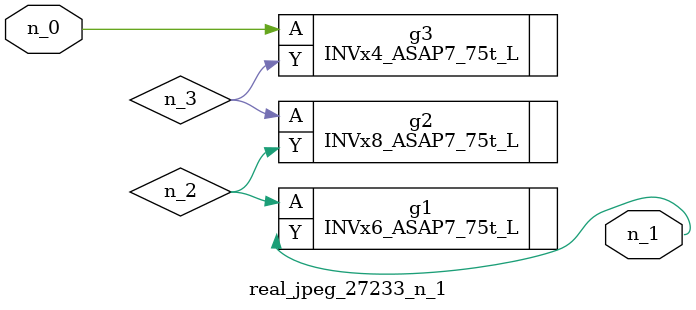
<source format=v>
module real_jpeg_27233_n_1 (n_0, n_1);

input n_0;

output n_1;

wire n_3;
wire n_2;

INVx4_ASAP7_75t_L g3 ( 
.A(n_0),
.Y(n_3)
);

INVx6_ASAP7_75t_L g1 ( 
.A(n_2),
.Y(n_1)
);

INVx8_ASAP7_75t_L g2 ( 
.A(n_3),
.Y(n_2)
);


endmodule
</source>
